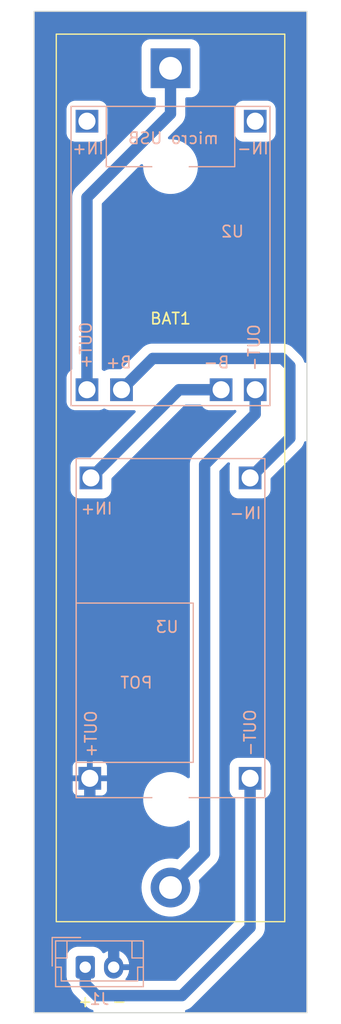
<source format=kicad_pcb>
(kicad_pcb (version 20211014) (generator pcbnew)
  (layers (0 "F.Cu" signal) (31 "B.Cu" signal) (34 "B.Paste" user) (35 "F.Paste" user) (36 "B.SilkS" user "B.Silkscreen") (37 "F.SilkS" user "F.Silkscreen") (38 "B.Mask" user) (39 "F.Mask" user) (44 "Edge.Cuts" user))
  (net 0 "")
  (net 2 "Net-(U2-Pad3)")
  (net 4 "Net-(U2-Pad5)")
  (net 5 "Net-(BAT1-Pad1)")
  (net 6 "Net-(BAT1-Pad2)")
  (net 7 "+BATT")
  (net 8 "GND")
  (footprint "Battery:BatteryHolder_MPD_BH-18650-PC2" (layer "F.Cu") (at 130 31 -90)
    (fp_text reference "BAT1" (at 22 0 180) (layer "F.SilkS"))
    (fp_text value "bateria")
    (fp_line (start 75 10.05) (end -3 10.05) (layer "F.SilkS") (width 0.12))
    (fp_line (start -3 -10.05) (end 75 -10.05) (layer "F.SilkS") (width 0.12))
    (fp_line (start -3 10.05) (end -3 -10.05) (layer "F.SilkS") (width 0.12))
    (fp_line (start 75 -10.05) (end 75 10.05) (layer "F.SilkS") (width 0.12))
    (pad "" np_thru_hole circle (at 64.255 0 270) (size 3.2 3.2) (drill 3.2) (layers *.Cu *.Mask))
    (pad "" np_thru_hole circle (at 8.645 0 270) (size 3.2 3.2) (drill 3.2) (layers *.Cu *.Mask))
    (pad "1" thru_hole rect (at 0 0 270) (size 3.5 3.5) (drill 2) (layers *.Cu *.Mask) (net 5 "Net-(BAT1-Pad1)"))
    (pad "2" thru_hole circle (at 72 0 270) (size 3.5 3.5) (drill 2) (layers *.Cu *.Mask) (net 6 "Net-(BAT1-Pad2)"))
  )
  (footprint "simo_bateria:conversor_dc_dc" (layer "B.Cu") (at 137 67 180)
    (fp_text reference "U3" (at 7.3 -13.1) (layer "B.SilkS") (effects (justify mirror)))
    (fp_text value "conversor_dc")
    (fp_text user "IN-" (at 0.4 -3.1) (layer "B.SilkS") (effects (justify mirror)))
    (fp_text user "OUT+" (at 14 -22.5 90) (layer "B.SilkS") (effects (justify mirror)))
    (fp_text user "OUT-" (at 0 -22.4 90) (layer "B.SilkS") (effects (justify mirror)))
    (fp_text user "IN+" (at 13.5 -2.7) (layer "B.SilkS") (effects (justify mirror)))
    (fp_text user "POT" (at 10 -18 unlocked) (layer "B.SilkS") (effects (justify mirror)))
    (fp_line (start 15.3 1.7) (end 15.3 -28.1) (layer "B.SilkS") (width 0.12))
    (fp_line (start -1.3 -28.1) (end 15.3 -28.1) (layer "B.SilkS") (width 0.12))
    (fp_line (start -1.3 1.7) (end 15.3 1.7) (layer "B.SilkS") (width 0.12))
    (fp_line (start -1.3 1.7) (end -1.3 -28.1) (layer "B.SilkS") (width 0.12))
    (fp_rect (start 15.3 -11) (end 5 -25) (layer "B.SilkS") (width 0.12) (fill none))
    (pad "1" thru_hole rect (at 0 0 180) (size 2 2) (drill 1.5) (layers *.Cu *.Mask) (net 4 "Net-(U2-Pad5)"))
    (pad "2" thru_hole rect (at 0 -26.4 180) (size 2 2) (drill 1.5) (layers *.Cu *.Mask) (net 7 "+BATT"))
    (pad "3" thru_hole rect (at 14 0 180) (size 2 2) (drill 1.5) (layers *.Cu *.Mask) (net 2 "Net-(U2-Pad3)"))
    (pad "4" thru_hole rect (at 14.1 -26.4 180) (size 2 2) (drill 1.5) (layers *.Cu *.Mask) (net 8 "GND"))
  )
  (footprint "Connector_JST:JST_EH_B2B-EH-A_1x02_P2.50mm_Vertical" (layer "B.Cu") (at 122.5 110)
    (fp_text reference "J1" (at 1.25 2.8) (layer "B.SilkS") (effects (justify mirror)))
    (fp_text value "conector salida")
    (fp_line (start 5.11 -2.31) (end 5.11 1.71) (layer "B.SilkS") (width 0.12))
    (fp_line (start -2.61 -0.81) (end -1.61 -0.81) (layer "B.SilkS") (width 0.12))
    (fp_line (start 4.61 0) (end 5.11 0) (layer "B.SilkS") (width 0.12))
    (fp_line (start -2.91 -2.61) (end -0.41 -2.61) (layer "B.SilkS") (width 0.12))
    (fp_line (start -2.11 1.21) (end 4.61 1.21) (layer "B.SilkS") (width 0.12))
    (fp_line (start -2.61 -2.31) (end 5.11 -2.31) (layer "B.SilkS") (width 0.12))
    (fp_line (start -2.91 -0.11) (end -2.91 -2.61) (layer "B.SilkS") (width 0.12))
    (fp_line (start 5.11 -0.81) (end 4.11 -0.81) (layer "B.SilkS") (width 0.12))
    (fp_line (start 4.61 1.21) (end 4.61 0) (layer "B.SilkS") (width 0.12))
    (fp_line (start -2.61 1.71) (end -2.61 -2.31) (layer "B.SilkS") (width 0.12))
    (fp_line (start 5.11 1.71) (end -2.61 1.71) (layer "B.SilkS") (width 0.12))
    (fp_line (start -1.61 -0.81) (end -1.61 -2.31) (layer "B.SilkS") (width 0.12))
    (fp_line (start 4.11 -0.81) (end 4.11 -2.31) (layer "B.SilkS") (width 0.12))
    (fp_line (start -2.61 0) (end -2.11 0) (layer "B.SilkS") (width 0.12))
    (fp_line (start -2.11 0) (end -2.11 1.21) (layer "B.SilkS") (width 0.12))
    (pad "1" thru_hole roundrect (at 0 0) (size 1.7 2) (drill 1) (layers *.Cu *.Mask) (roundrect_rratio 0.147059) (net 7 "+BATT"))
    (pad "2" thru_hole oval (at 2.5 0) (size 1.7 2) (drill 1) (layers *.Cu *.Mask) (net 8 "GND"))
  )
  (footprint "simo_bateria:cargador_bat" (layer "B.Cu") (at 137.45 35.65 180)
    (fp_text reference "U2" (at 2 -9.7) (layer "B.SilkS") (effects (justify mirror)))
    (fp_text value "cargador_bateria")
    (fp_text user "B-" (at 3.4 -21.2) (layer "B.SilkS") (effects (justify mirror)))
    (fp_text user "IN-" (at 0.2 -2.4) (layer "B.SilkS") (effects (justify mirror)))
    (fp_text user "B+" (at 12 -21.2) (layer "B.SilkS") (effects (justify mirror)))
    (fp_text user "micro USB" (at 7.2 -1.5) (layer "B.SilkS") (effects (justify mirror)))
    (fp_text user "IN+" (at 14.7 -2.4) (layer "B.SilkS") (effects (justify mirror)))
    (fp_text user "OUT+" (at 14.9 -19.7 90) (layer "B.SilkS") (effects (justify mirror)))
    (fp_text user "OUT-" (at 0.1 -19.9 90) (layer "B.SilkS") (effects (justify mirror)))
    (fp_line (start -1.3 -25) (end 0.1 -25) (layer "B.SilkS") (width 0.12))
    (fp_line (start -1.1 -25) (end 14 -25) (layer "B.SilkS") (width 0.12))
    (fp_line (start 13.1 -4) (end 12.6 -4) (layer "B.SilkS") (width 0.12))
    (fp_line (start 1.8 1.3) (end 1.8 -4) (layer "B.SilkS") (width 0.12))
    (fp_line (start 16.2 1.3) (end 16.2 -25) (layer "B.SilkS") (width 0.12))
    (fp_line (start -1.3 1.3) (end -1.3 -25) (layer "B.SilkS") (width 0.12))
    (fp_line (start 13.1 -4) (end 13.1 1.3) (layer "B.SilkS") (width 0.12))
    (fp_line (start 16.2 -25) (end 14 -25) (layer "B.SilkS") (width 0.12))
    (fp_line (start -1.3 1.3) (end 16.2 1.3) (layer "B.SilkS") (width 0.12))
    (fp_line (start 1.8 -4) (end 12.6 -4) (layer "B.SilkS") (width 0.12))
    (pad "1" thru_hole rect (at 0 0 180) (size 2 2) (drill 1.5) (layers *.Cu *.Mask))
    (pad "2" thru_hole rect (at 0 -23.6 180) (size 2 2) (drill 1.5) (layers *.Cu *.Mask) (net 6 "Net-(BAT1-Pad2)"))
    (pad "3" thru_hole rect (at 3 -23.6 180) (size 2 2) (drill 1.5) (layers *.Cu *.Mask) (net 2 "Net-(U2-Pad3)"))
    (pad "4" thru_hole rect (at 14.8 0 180) (size 2 2) (drill 1.5) (layers *.Cu *.Mask))
    (pad "5" thru_hole rect (at 11.76 -23.6 180) (size 2 2) (drill 1.5) (layers *.Cu *.Mask) (net 4 "Net-(U2-Pad5)"))
    (pad "6" thru_hole rect (at 14.8 -23.6 180) (size 2 2) (drill 1.5) (layers *.Cu *.Mask) (net 5 "Net-(BAT1-Pad1)"))
  )
  (gr_rect (start 118 26) (end 142 114) (layer "Edge.Cuts") (width 0.1) (fill none))
  (gr_text "-\n" (at 125.5 113) (layer "F.SilkS") (effects (font (size 1 1))))
  (gr_text "+" (at 122.5 113) (layer "F.SilkS") (effects (font (size 1 1))))
  (segment (start 134.45 59.25) (end 130.75 59.25) (width 1) (layer "B.Cu") (net 2))
  (segment (start 130.75 59.25) (end 123 67) (width 1) (layer "B.Cu") (net 2))
  (segment (start 140.5 63.5) (end 137 67) (width 1) (layer "B.Cu") (net 4))
  (segment (start 140.5 57.160978) (end 140.5 63.5) (width 1) (layer "B.Cu") (net 4))
  (segment (start 125.69 59.25) (end 128.44 56.5) (width 1) (layer "B.Cu") (net 4))
  (segment (start 128.44 56.5) (end 139.839022 56.5) (width 1) (layer "B.Cu") (net 4))
  (segment (start 139.839022 56.5) (end 140.5 57.160978) (width 1) (layer "B.Cu") (net 4))
  (segment (start 130 35) (end 130 31) (width 1) (layer "B.Cu") (net 5))
  (segment (start 122.65 59.25) (end 122.65 42.35) (width 1) (layer "B.Cu") (net 5))
  (segment (start 122.65 42.35) (end 130 35) (width 1) (layer "B.Cu") (net 5))
  (segment (start 133 65.839022) (end 133 100) (width 1) (layer "B.Cu") (net 6))
  (segment (start 137.45 59.25) (end 137.45 61.389022) (width 1) (layer "B.Cu") (net 6))
  (segment (start 133 100) (end 130 103) (width 1) (layer "B.Cu") (net 6))
  (segment (start 137.45 61.389022) (end 133 65.839022) (width 1) (layer "B.Cu") (net 6))
  (segment (start 137 106.5) (end 137 93.4) (width 1) (layer "B.Cu") (net 7))
  (segment (start 131 112.5) (end 137 106.5) (width 1) (layer "B.Cu") (net 7))
  (segment (start 123.5 112.5) (end 131 112.5) (width 1) (layer "B.Cu") (net 7))
  (segment (start 122.5 111.5) (end 123.5 112.5) (width 1) (layer "B.Cu") (net 7))
  (segment (start 122.5 110) (end 122.5 111.5) (width 1) (layer "B.Cu") (net 7))
  (segment (start 125 100) (end 122.9 97.9) (width 1) (layer "B.Cu") (net 8))
  (segment (start 125 110) (end 125 100) (width 1) (layer "B.Cu") (net 8))
  (segment (start 122.9 97.9) (end 122.9 93.4) (width 1) (layer "B.Cu") (net 8))
  (zone (net 8) (net_name "GND") (layer "B.Cu") (connect_pads (clearance 0)) (min_thickness 0.254) (fill yes (thermal_gap 0.508) (thermal_bridge_width 0.508))
    (polygon (pts (xy 145 115) (xy 115 115) (xy 115 25) (xy 145 25)))
  )
)
</source>
